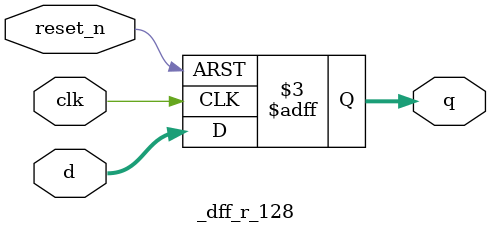
<source format=v>
module _dff_r_128(clk, reset_n, d, q);
	input clk,reset_n;
	input [127:0] d;
	output reg [127:0] q;
	
	// 128 bit flip flop
	always@(posedge clk or negedge reset_n)
	begin
		if(reset_n == 0) q <= 0;
		else q <= d;
	end
endmodule
	
</source>
